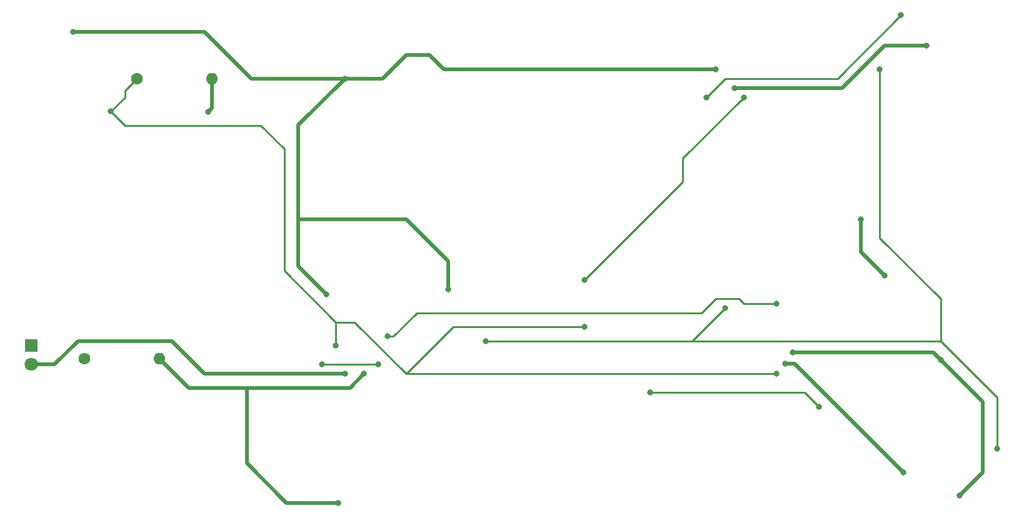
<source format=gtl>
G04 #@! TF.GenerationSoftware,KiCad,Pcbnew,5.1.2-f72e74a~84~ubuntu18.04.1*
G04 #@! TF.CreationDate,2019-06-15T15:54:53+09:00*
G04 #@! TF.ProjectId,right-PCB,72696768-742d-4504-9342-2e6b69636164,rev?*
G04 #@! TF.SameCoordinates,Original*
G04 #@! TF.FileFunction,Copper,L1,Top*
G04 #@! TF.FilePolarity,Positive*
%FSLAX46Y46*%
G04 Gerber Fmt 4.6, Leading zero omitted, Abs format (unit mm)*
G04 Created by KiCad (PCBNEW 5.1.2-f72e74a~84~ubuntu18.04.1) date 2019-06-15 15:54:53*
%MOMM*%
%LPD*%
G04 APERTURE LIST*
%ADD10O,1.600000X1.600000*%
%ADD11C,1.600000*%
%ADD12C,1.800000*%
%ADD13R,1.800000X1.800000*%
%ADD14C,0.800000*%
%ADD15C,0.500000*%
%ADD16C,0.250000*%
G04 APERTURE END LIST*
D10*
X95660000Y-64125000D03*
D11*
X85500000Y-64125000D03*
D10*
X88535000Y-102125000D03*
D11*
X78375000Y-102125000D03*
D12*
X71120000Y-102870000D03*
D13*
X71120000Y-100330000D03*
D14*
X116205000Y-104140000D03*
X174307500Y-101282500D03*
X194310000Y-102235000D03*
X196850000Y-120650000D03*
X112717000Y-121607000D03*
X95152500Y-68677500D03*
X183515000Y-83185000D03*
X186690000Y-90805000D03*
X119380000Y-99060000D03*
X172085000Y-94615000D03*
X162560000Y-66675000D03*
X188912500Y-55562500D03*
X110490000Y-102870000D03*
X118110000Y-102870000D03*
X154940000Y-106680000D03*
X177800000Y-108585000D03*
X167640000Y-66675000D03*
X81915000Y-68580000D03*
X172085000Y-104140000D03*
X146050000Y-91440000D03*
X146050000Y-97790000D03*
X112395000Y-100330000D03*
X163830000Y-62865000D03*
X166370000Y-65405000D03*
X192405000Y-59690000D03*
X113665000Y-104140000D03*
X173235000Y-102750000D03*
X189230000Y-117475000D03*
X111125000Y-93345000D03*
X127635000Y-92710000D03*
X113655000Y-64125000D03*
X76835000Y-57785000D03*
X132715000Y-99695000D03*
X165100000Y-95250000D03*
X201930000Y-114300000D03*
X186055000Y-62865000D03*
D15*
X88535000Y-102125000D02*
X92455000Y-106045000D01*
X114300000Y-106045000D02*
X116205000Y-104140000D01*
X174307500Y-101282500D02*
X193357500Y-101282500D01*
X193357500Y-101282500D02*
X194310000Y-102235000D01*
X194310000Y-102235000D02*
X200025000Y-107950000D01*
X200025000Y-107950000D02*
X200025000Y-117475000D01*
X200025000Y-117475000D02*
X196850000Y-120650000D01*
X92455000Y-106045000D02*
X100330000Y-106045000D01*
X100330000Y-106045000D02*
X114300000Y-106045000D01*
X100330000Y-116205000D02*
X100330000Y-106045000D01*
X105732000Y-121607000D02*
X100330000Y-116205000D01*
X112717000Y-121607000D02*
X105732000Y-121607000D01*
X95660000Y-64125000D02*
X95660000Y-68170000D01*
X95660000Y-68170000D02*
X95152500Y-68677500D01*
X183515000Y-87630000D02*
X186690000Y-90805000D01*
X183515000Y-83185000D02*
X183515000Y-87630000D01*
D16*
X167640000Y-94615000D02*
X172085000Y-94615000D01*
X120211998Y-99060000D02*
X123386998Y-95885000D01*
X119380000Y-99060000D02*
X120211998Y-99060000D01*
X163830000Y-93980000D02*
X167005000Y-93980000D01*
X123386998Y-95885000D02*
X161925000Y-95885000D01*
X161925000Y-95885000D02*
X163830000Y-93980000D01*
X167005000Y-93980000D02*
X167640000Y-94615000D01*
X162560000Y-66675000D02*
X165100000Y-64135000D01*
X165100000Y-64135000D02*
X180340000Y-64135000D01*
X180340000Y-64135000D02*
X188912500Y-55562500D01*
X110490000Y-102870000D02*
X118110000Y-102870000D01*
X154940000Y-106680000D02*
X175895000Y-106680000D01*
X175895000Y-106680000D02*
X177800000Y-108585000D01*
X112395000Y-100330000D02*
X112395000Y-97155000D01*
X172085000Y-104140000D02*
X121920000Y-104140000D01*
X121920000Y-104140000D02*
X114935000Y-97155000D01*
X105410000Y-90170000D02*
X105410000Y-73660000D01*
X112395000Y-97155000D02*
X105410000Y-90170000D01*
X114935000Y-97155000D02*
X112395000Y-97155000D01*
X167640000Y-66675000D02*
X159385000Y-74930000D01*
X159385000Y-74930000D02*
X159385000Y-78105000D01*
X159385000Y-78105000D02*
X146050000Y-91440000D01*
X128270000Y-97790000D02*
X121920000Y-104140000D01*
X146050000Y-97790000D02*
X128270000Y-97790000D01*
X81915000Y-68580000D02*
X83820000Y-66675000D01*
X83820000Y-65805000D02*
X85500000Y-64125000D01*
X83820000Y-66675000D02*
X83820000Y-65805000D01*
X83820000Y-70485000D02*
X81915000Y-68580000D01*
X102235000Y-70485000D02*
X83820000Y-70485000D01*
X105410000Y-73660000D02*
X102235000Y-70485000D01*
D15*
X166370000Y-65405000D02*
X180975000Y-65405000D01*
X180975000Y-65405000D02*
X186690000Y-59690000D01*
X186690000Y-59690000D02*
X192405000Y-59690000D01*
X90170000Y-99695000D02*
X94615000Y-104140000D01*
X94615000Y-104140000D02*
X113665000Y-104140000D01*
X77470000Y-99695000D02*
X90170000Y-99695000D01*
X74295000Y-102870000D02*
X77470000Y-99695000D01*
X71120000Y-102870000D02*
X74295000Y-102870000D01*
X173235000Y-102750000D02*
X174505000Y-102750000D01*
X174505000Y-102750000D02*
X189230000Y-117475000D01*
X111125000Y-93345000D02*
X107315000Y-89535000D01*
X121920000Y-83185000D02*
X107315000Y-83185000D01*
X127635000Y-92710000D02*
X127635000Y-88900000D01*
X127635000Y-88900000D02*
X121920000Y-83185000D01*
X107315000Y-89535000D02*
X107315000Y-83185000D01*
X107315000Y-70465000D02*
X113655000Y-64125000D01*
X113655000Y-64125000D02*
X118755000Y-64125000D01*
X118755000Y-64125000D02*
X121920000Y-60960000D01*
X127000000Y-62865000D02*
X163830000Y-62865000D01*
X107315000Y-83185000D02*
X107315000Y-70465000D01*
X125095000Y-60960000D02*
X127000000Y-62865000D01*
X121920000Y-60960000D02*
X125095000Y-60960000D01*
X113655000Y-64125000D02*
X100955000Y-64125000D01*
X100955000Y-64125000D02*
X94615000Y-57785000D01*
X94615000Y-57785000D02*
X76835000Y-57785000D01*
D16*
X160655000Y-99695000D02*
X165100000Y-95250000D01*
X160655000Y-99695000D02*
X194310000Y-99695000D01*
X194310000Y-99695000D02*
X201930000Y-107315000D01*
X201930000Y-107315000D02*
X201930000Y-114300000D01*
X194310000Y-99695000D02*
X194310000Y-93980000D01*
X194310000Y-93980000D02*
X186055000Y-85725000D01*
X186055000Y-85725000D02*
X186055000Y-62865000D01*
X132715000Y-99695000D02*
X160655000Y-99695000D01*
M02*

</source>
